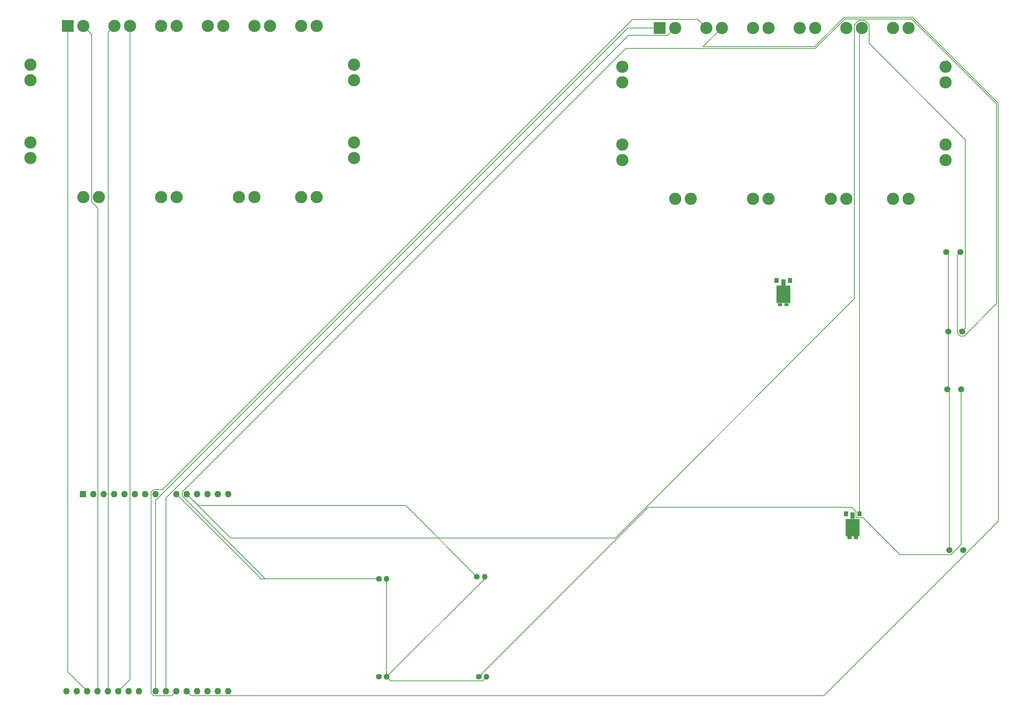
<source format=gbr>
%TF.GenerationSoftware,KiCad,Pcbnew,8.0.8*%
%TF.CreationDate,2025-10-15T12:51:47+03:00*%
%TF.ProjectId,isuzu investment 2,6973757a-7520-4696-9e76-6573746d656e,rev?*%
%TF.SameCoordinates,Original*%
%TF.FileFunction,Copper,L1,Top*%
%TF.FilePolarity,Positive*%
%FSLAX46Y46*%
G04 Gerber Fmt 4.6, Leading zero omitted, Abs format (unit mm)*
G04 Created by KiCad (PCBNEW 8.0.8) date 2025-10-15 12:51:47*
%MOMM*%
%LPD*%
G01*
G04 APERTURE LIST*
%TA.AperFunction,ComponentPad*%
%ADD10C,1.400000*%
%TD*%
%TA.AperFunction,ComponentPad*%
%ADD11O,1.400000X1.400000*%
%TD*%
%TA.AperFunction,ComponentPad*%
%ADD12C,1.500000*%
%TD*%
%TA.AperFunction,SMDPad,CuDef*%
%ADD13R,1.100000X1.300000*%
%TD*%
%TA.AperFunction,SMDPad,CuDef*%
%ADD14R,1.000000X0.650000*%
%TD*%
%TA.AperFunction,SMDPad,CuDef*%
%ADD15R,1.000000X1.500000*%
%TD*%
%TA.AperFunction,SMDPad,CuDef*%
%ADD16R,3.400000X4.300000*%
%TD*%
%TA.AperFunction,ComponentPad*%
%ADD17R,3.000000X3.000000*%
%TD*%
%TA.AperFunction,ComponentPad*%
%ADD18C,3.000000*%
%TD*%
%TA.AperFunction,ComponentPad*%
%ADD19R,1.600000X1.600000*%
%TD*%
%TA.AperFunction,ComponentPad*%
%ADD20O,1.600000X1.600000*%
%TD*%
%TA.AperFunction,Conductor*%
%ADD21C,0.200000*%
%TD*%
G04 APERTURE END LIST*
D10*
%TO.P,R6,1*%
%TO.N,Net-(A1-A1)*%
X146600000Y-155500000D03*
D11*
%TO.P,R6,2*%
%TO.N,Net-(M1--)*%
X148500000Y-155500000D03*
%TD*%
D12*
%TO.P,R2,1*%
%TO.N,Net-(R1-Pad1)*%
X262100000Y-95500000D03*
%TO.P,R2,2*%
%TO.N,Net-(A1-A1)*%
X265500000Y-95500000D03*
%TD*%
D10*
%TO.P,R8,1*%
%TO.N,Net-(A1-A3)*%
X122600000Y-180000000D03*
D11*
%TO.P,R8,2*%
%TO.N,Net-(M1--)*%
X124500000Y-180000000D03*
%TD*%
D13*
%TO.P,M2,1,PWM*%
%TO.N,unconnected-(M2-PWM-Pad1)*%
X220000000Y-82965000D03*
%TO.P,M2,2,+*%
%TO.N,Net-(M2-+)*%
X223300000Y-82965000D03*
D14*
%TO.P,M2,SH*%
%TO.N,N/C*%
X220850000Y-88840000D03*
D15*
X221650000Y-83465000D03*
D16*
X221650000Y-86365000D03*
D14*
X222450000Y-88840000D03*
%TD*%
D12*
%TO.P,R4,1*%
%TO.N,Net-(R1-Pad1)*%
X262300000Y-149000000D03*
%TO.P,R4,2*%
%TO.N,Net-(A1-A3)*%
X265700000Y-149000000D03*
%TD*%
%TO.P,R3,1*%
%TO.N,Net-(R1-Pad1)*%
X261800000Y-109650000D03*
%TO.P,R3,2*%
%TO.N,Net-(A1-A2)*%
X265200000Y-109650000D03*
%TD*%
D10*
%TO.P,R5,1*%
%TO.N,Net-(A1-A0)*%
X122600000Y-156000000D03*
D11*
%TO.P,R5,2*%
%TO.N,Net-(M1--)*%
X124500000Y-156000000D03*
%TD*%
D17*
%TO.P,U2,1,I1*%
%TO.N,Net-(A1-D13)*%
X46420000Y-20620000D03*
D18*
%TO.P,U2,2,I2*%
%TO.N,Net-(A1-D12)*%
X50230000Y-20620000D03*
%TO.P,U2,3,I3*%
%TO.N,Net-(A1-D11)*%
X57850000Y-20620000D03*
%TO.P,U2,4,I4*%
%TO.N,Net-(A1-D10)*%
X61660000Y-20620000D03*
%TO.P,U2,5,I5*%
%TO.N,unconnected-(U2-I5-Pad5)*%
X69280000Y-20620000D03*
%TO.P,U2,6,I6*%
%TO.N,unconnected-(U2-I6-Pad6)*%
X73090000Y-20620000D03*
%TO.P,U2,7,I7*%
%TO.N,unconnected-(U2-I7-Pad7)*%
X80710000Y-20620000D03*
%TO.P,U2,8,I8*%
%TO.N,unconnected-(U2-I8-Pad8)*%
X84520000Y-20620000D03*
%TO.P,U2,9,GND*%
%TO.N,unconnected-(U2-GND-Pad9)*%
X92140000Y-20620000D03*
%TO.P,U2,10,COM*%
%TO.N,Net-(M2-+)*%
X95950000Y-20620000D03*
%TO.P,U2,11,O8*%
%TO.N,unconnected-(U2-O8-Pad11)*%
X103570000Y-20620000D03*
%TO.P,U2,12,O7*%
%TO.N,unconnected-(U2-O7-Pad12)*%
X107380000Y-20620000D03*
%TO.P,U2,13,O6*%
%TO.N,unconnected-(U2-O6-Pad13)*%
X116500000Y-30140000D03*
%TO.P,U2,14,O5*%
%TO.N,unconnected-(U2-O5-Pad14)*%
X116500000Y-33950000D03*
%TO.P,U2,15,O4*%
%TO.N,unconnected-(U2-O4-Pad15)*%
X116500000Y-49190000D03*
%TO.P,U2,16,O3*%
%TO.N,unconnected-(U2-O3-Pad16)*%
X116500000Y-53000000D03*
%TO.P,U2,17,O2*%
%TO.N,unconnected-(U2-O2-Pad17)*%
X107380000Y-62520000D03*
%TO.P,U2,18,O1*%
%TO.N,unconnected-(U2-O1-Pad18)*%
X103570000Y-62520000D03*
%TO.P,U2,19*%
%TO.N,N/C*%
X92140000Y-62520000D03*
%TO.P,U2,20*%
X88330000Y-62520000D03*
%TO.P,U2,21*%
X73090000Y-62520000D03*
%TO.P,U2,22*%
X69280000Y-62520000D03*
%TO.P,U2,23*%
X54040000Y-62520000D03*
%TO.P,U2,24*%
X50230000Y-62520000D03*
%TO.P,U2,25*%
X37300000Y-53000000D03*
%TO.P,U2,26*%
X37300000Y-49190000D03*
%TO.P,U2,27*%
X37300000Y-33950000D03*
%TO.P,U2,28*%
X37300000Y-30140000D03*
%TD*%
D19*
%TO.P,A1,1,NC*%
%TO.N,unconnected-(A1-NC-Pad1)*%
X50140000Y-135240000D03*
D20*
%TO.P,A1,2,IOREF*%
%TO.N,unconnected-(A1-IOREF-Pad2)*%
X52680000Y-135240000D03*
%TO.P,A1,3,~{RESET}*%
%TO.N,unconnected-(A1-~{RESET}-Pad3)*%
X55220000Y-135240000D03*
%TO.P,A1,4,3V3*%
%TO.N,unconnected-(A1-3V3-Pad4)*%
X57760000Y-135240000D03*
%TO.P,A1,5,+5V*%
%TO.N,+5V*%
X60300000Y-135240000D03*
%TO.P,A1,6,GND*%
%TO.N,unconnected-(A1-GND-Pad6)*%
X62840000Y-135240000D03*
%TO.P,A1,7,GND*%
%TO.N,unconnected-(A1-GND-Pad7)*%
X65380000Y-135240000D03*
%TO.P,A1,8,VIN*%
%TO.N,unconnected-(A1-VIN-Pad8)*%
X67920000Y-135240000D03*
%TO.P,A1,9,A0*%
%TO.N,Net-(A1-A0)*%
X73000000Y-135240000D03*
%TO.P,A1,10,A1*%
%TO.N,Net-(A1-A1)*%
X75540000Y-135240000D03*
%TO.P,A1,11,A2*%
%TO.N,Net-(A1-A2)*%
X78080000Y-135240000D03*
%TO.P,A1,12,A3*%
%TO.N,Net-(A1-A3)*%
X80620000Y-135240000D03*
%TO.P,A1,13,SDA/A4*%
%TO.N,unconnected-(A1-SDA{slash}A4-Pad13)*%
X83160000Y-135240000D03*
%TO.P,A1,14,SCL/A5*%
%TO.N,unconnected-(A1-SCL{slash}A5-Pad14)*%
X85700000Y-135240000D03*
%TO.P,A1,15,D0/RX*%
%TO.N,unconnected-(A1-D0{slash}RX-Pad15)*%
X85700000Y-183500000D03*
%TO.P,A1,16,D1/TX*%
%TO.N,unconnected-(A1-D1{slash}TX-Pad16)*%
X83160000Y-183500000D03*
%TO.P,A1,17,D2*%
%TO.N,unconnected-(A1-D2-Pad17)*%
X80620000Y-183500000D03*
%TO.P,A1,18,D3*%
%TO.N,unconnected-(A1-D3-Pad18)*%
X78080000Y-183500000D03*
%TO.P,A1,19,D4*%
%TO.N,Net-(A1-D4)*%
X75540000Y-183500000D03*
%TO.P,A1,20,D5*%
%TO.N,Net-(A1-D5)*%
X73000000Y-183500000D03*
%TO.P,A1,21,D6*%
%TO.N,Net-(A1-D6)*%
X70460000Y-183500000D03*
%TO.P,A1,22,D7*%
%TO.N,Net-(A1-D7)*%
X67920000Y-183500000D03*
%TO.P,A1,23,D8*%
%TO.N,unconnected-(A1-D8-Pad23)*%
X63860000Y-183500000D03*
%TO.P,A1,24,D9*%
%TO.N,unconnected-(A1-D9-Pad24)*%
X61320000Y-183500000D03*
%TO.P,A1,25,D10*%
%TO.N,Net-(A1-D10)*%
X58780000Y-183500000D03*
%TO.P,A1,26,D11*%
%TO.N,Net-(A1-D11)*%
X56240000Y-183500000D03*
%TO.P,A1,27,D12*%
%TO.N,Net-(A1-D12)*%
X53700000Y-183500000D03*
%TO.P,A1,28,D13*%
%TO.N,Net-(A1-D13)*%
X51160000Y-183500000D03*
%TO.P,A1,29,GND*%
%TO.N,unconnected-(A1-GND-Pad29)*%
X48620000Y-183500000D03*
%TO.P,A1,30,AREF*%
%TO.N,unconnected-(A1-AREF-Pad30)*%
X46080000Y-183500000D03*
%TD*%
D12*
%TO.P,R1,1*%
%TO.N,Net-(R1-Pad1)*%
X261600000Y-76000000D03*
%TO.P,R1,2*%
%TO.N,Net-(A1-A0)*%
X265000000Y-76000000D03*
%TD*%
D17*
%TO.P,U1,1,I1*%
%TO.N,Net-(A1-D7)*%
X191350000Y-21100000D03*
D18*
%TO.P,U1,2,I2*%
%TO.N,Net-(A1-D6)*%
X195160000Y-21100000D03*
%TO.P,U1,3,I3*%
%TO.N,Net-(A1-D5)*%
X202780000Y-21100000D03*
%TO.P,U1,4,I4*%
%TO.N,Net-(A1-D4)*%
X206590000Y-21100000D03*
%TO.P,U1,5,I5*%
%TO.N,unconnected-(U1-I5-Pad5)*%
X214210000Y-21100000D03*
%TO.P,U1,6,I6*%
%TO.N,unconnected-(U1-I6-Pad6)*%
X218020000Y-21100000D03*
%TO.P,U1,7,I7*%
%TO.N,unconnected-(U1-I7-Pad7)*%
X225640000Y-21100000D03*
%TO.P,U1,8,I8*%
%TO.N,unconnected-(U1-I8-Pad8)*%
X229450000Y-21100000D03*
%TO.P,U1,9,GND*%
%TO.N,unconnected-(U1-GND-Pad9)*%
X237070000Y-21100000D03*
%TO.P,U1,10,COM*%
%TO.N,Net-(M1-+)*%
X240880000Y-21100000D03*
%TO.P,U1,11,O8*%
%TO.N,unconnected-(U1-O8-Pad11)*%
X248500000Y-21100000D03*
%TO.P,U1,12,O7*%
%TO.N,unconnected-(U1-O7-Pad12)*%
X252310000Y-21100000D03*
%TO.P,U1,13,O6*%
%TO.N,unconnected-(U1-O6-Pad13)*%
X261430000Y-30620000D03*
%TO.P,U1,14,O5*%
%TO.N,unconnected-(U1-O5-Pad14)*%
X261430000Y-34430000D03*
%TO.P,U1,15,O4*%
%TO.N,unconnected-(U1-O4-Pad15)*%
X261430000Y-49670000D03*
%TO.P,U1,16,O3*%
%TO.N,unconnected-(U1-O3-Pad16)*%
X261430000Y-53480000D03*
%TO.P,U1,17,O2*%
%TO.N,unconnected-(U1-O2-Pad17)*%
X252310000Y-63000000D03*
%TO.P,U1,18,O1*%
%TO.N,unconnected-(U1-O1-Pad18)*%
X248500000Y-63000000D03*
%TO.P,U1,19*%
%TO.N,N/C*%
X237070000Y-63000000D03*
%TO.P,U1,20*%
X233260000Y-63000000D03*
%TO.P,U1,21*%
X218020000Y-63000000D03*
%TO.P,U1,22*%
X214210000Y-63000000D03*
%TO.P,U1,23*%
X198970000Y-63000000D03*
%TO.P,U1,24*%
X195160000Y-63000000D03*
%TO.P,U1,25*%
X182230000Y-53480000D03*
%TO.P,U1,26*%
X182230000Y-49670000D03*
%TO.P,U1,27*%
X182230000Y-34430000D03*
%TO.P,U1,28*%
X182230000Y-30620000D03*
%TD*%
D13*
%TO.P,M1,1,PWM*%
%TO.N,unconnected-(M1-PWM-Pad1)*%
X237000000Y-140055000D03*
%TO.P,M1,2,+*%
%TO.N,Net-(M1-+)*%
X240300000Y-140055000D03*
D14*
%TO.P,M1,SH*%
%TO.N,N/C*%
X237850000Y-145930000D03*
D15*
X238650000Y-140555000D03*
D16*
X238650000Y-143455000D03*
D14*
X239450000Y-145930000D03*
%TD*%
D10*
%TO.P,R7,1*%
%TO.N,Net-(A1-A2)*%
X147095000Y-180000000D03*
D11*
%TO.P,R7,2*%
%TO.N,Net-(M1--)*%
X148995000Y-180000000D03*
%TD*%
D21*
%TO.N,Net-(A1-D4)*%
X236558729Y-18500000D02*
X253269741Y-18500000D01*
X229316128Y-25742601D02*
X236558729Y-18500000D01*
X231584925Y-184600000D02*
X76640000Y-184600000D01*
X274335870Y-39566129D02*
X274335870Y-141849055D01*
X76640000Y-184600000D02*
X75540000Y-183500000D01*
X201947399Y-25742601D02*
X229316128Y-25742601D01*
X206590000Y-21100000D02*
X201947399Y-25742601D01*
X274335870Y-141849055D02*
X231584925Y-184600000D01*
X253269741Y-18500000D02*
X274335870Y-39566129D01*
%TO.N,Net-(A1-A0)*%
X122600000Y-156000000D02*
X94744365Y-156000000D01*
X94744365Y-156000000D02*
X74440000Y-135695635D01*
X122600000Y-156000000D02*
X93760000Y-156000000D01*
X264250000Y-95734925D02*
X264250000Y-76750000D01*
X74440000Y-135695635D02*
X74440000Y-134784365D01*
X93760000Y-156000000D02*
X73000000Y-135240000D01*
X273935870Y-39731815D02*
X273935870Y-88549055D01*
X265934925Y-96550000D02*
X265065075Y-96550000D01*
X183081764Y-26142601D02*
X229481814Y-26142601D01*
X265065075Y-96550000D02*
X264250000Y-95734925D01*
X229481814Y-26142601D02*
X236724415Y-18900000D01*
X273935870Y-88549055D02*
X265934925Y-96550000D01*
X236724415Y-18900000D02*
X253104055Y-18900000D01*
X74440000Y-134784365D02*
X183081764Y-26142601D01*
X264250000Y-76750000D02*
X265000000Y-76000000D01*
X253104055Y-18900000D02*
X273935870Y-39731815D01*
%TO.N,Net-(A1-D6)*%
X70460000Y-136224365D02*
X70460000Y-183500000D01*
X193360000Y-22900000D02*
X183784365Y-22900000D01*
X195160000Y-21100000D02*
X193360000Y-22900000D01*
X183784365Y-22900000D02*
X70460000Y-136224365D01*
%TO.N,Net-(A1-D7)*%
X67920000Y-183500000D02*
X67920000Y-136795635D01*
X67920000Y-136795635D02*
X183615635Y-21100000D01*
X183615635Y-21100000D02*
X191350000Y-21100000D01*
%TO.N,Net-(A1-D10)*%
X61660000Y-20620000D02*
X61660000Y-180620000D01*
X61660000Y-180620000D02*
X58780000Y-183500000D01*
%TO.N,Net-(A1-D11)*%
X56240000Y-183500000D02*
X56320000Y-183420000D01*
X56320000Y-183420000D02*
X56320000Y-22150000D01*
X56320000Y-22150000D02*
X57850000Y-20620000D01*
%TO.N,Net-(A1-A2)*%
X241150000Y-141005000D02*
X239450000Y-141005000D01*
X262734925Y-150050000D02*
X250195000Y-150050000D01*
X238445000Y-138500000D02*
X188595000Y-138500000D01*
X265200000Y-109650000D02*
X265200000Y-147584925D01*
X265200000Y-147584925D02*
X262734925Y-150050000D01*
X250195000Y-150050000D02*
X241150000Y-141005000D01*
X239450000Y-139505000D02*
X238445000Y-138500000D01*
X188595000Y-138500000D02*
X147095000Y-180000000D01*
X239450000Y-141005000D02*
X239450000Y-139505000D01*
%TO.N,Net-(A1-D12)*%
X53780000Y-183420000D02*
X53780000Y-65220000D01*
X52240000Y-22630000D02*
X50230000Y-20620000D01*
X53780000Y-65220000D02*
X52240000Y-63680000D01*
X53700000Y-183500000D02*
X53780000Y-183420000D01*
X52240000Y-63680000D02*
X52240000Y-22630000D01*
%TO.N,Net-(A1-D13)*%
X46420000Y-20620000D02*
X46420000Y-178760000D01*
X46420000Y-178760000D02*
X51160000Y-183500000D01*
%TO.N,Net-(A1-A1)*%
X241625585Y-19300000D02*
X242680000Y-20354415D01*
X266250000Y-94750000D02*
X265500000Y-95500000D01*
X239080000Y-20354415D02*
X240134415Y-19300000D01*
X242680000Y-20354415D02*
X242680000Y-24880000D01*
X75540000Y-135240000D02*
X86300000Y-146000000D01*
X266250000Y-48450000D02*
X266250000Y-94750000D01*
X86300000Y-146000000D02*
X180529314Y-146000000D01*
X146600000Y-155500000D02*
X129200000Y-138100000D01*
X129200000Y-138100000D02*
X78400000Y-138100000D01*
X240134415Y-19300000D02*
X241625585Y-19300000D01*
X78400000Y-138100000D02*
X75540000Y-135240000D01*
X242680000Y-24880000D02*
X266250000Y-48450000D01*
X180529314Y-146000000D02*
X239080000Y-87449314D01*
X239080000Y-87449314D02*
X239080000Y-20354415D01*
%TO.N,Net-(A1-D5)*%
X200680000Y-19000000D02*
X202780000Y-21100000D01*
X73000000Y-183500000D02*
X71900000Y-184600000D01*
X66820000Y-134784365D02*
X67464365Y-134140000D01*
X67464365Y-134140000D02*
X69664365Y-134140000D01*
X67464365Y-184600000D02*
X66820000Y-183955635D01*
X66820000Y-183955635D02*
X66820000Y-134784365D01*
X69664365Y-134140000D02*
X184804365Y-19000000D01*
X184804365Y-19000000D02*
X200680000Y-19000000D01*
X71900000Y-184600000D02*
X67464365Y-184600000D01*
%TO.N,Net-(M1-+)*%
X241000000Y-21500000D02*
X240300000Y-22200000D01*
X240880000Y-21380000D02*
X241000000Y-21500000D01*
X240300000Y-22200000D02*
X240300000Y-140055000D01*
X240880000Y-21100000D02*
X240880000Y-21380000D01*
%TO.N,Net-(R1-Pad1)*%
X262300000Y-149000000D02*
X262300000Y-110150000D01*
X262100000Y-109350000D02*
X261800000Y-109650000D01*
X262100000Y-95500000D02*
X262100000Y-109350000D01*
X262100000Y-76500000D02*
X261600000Y-76000000D01*
X262100000Y-95500000D02*
X262100000Y-76500000D01*
X262300000Y-110150000D02*
X261800000Y-109650000D01*
%TO.N,Net-(M1--)*%
X124500000Y-180000000D02*
X148500000Y-156000000D01*
X147995000Y-181000000D02*
X148995000Y-180000000D01*
X125500000Y-181000000D02*
X147995000Y-181000000D01*
X124500000Y-180000000D02*
X125500000Y-181000000D01*
X124500000Y-180000000D02*
X124500000Y-156000000D01*
X148500000Y-156000000D02*
X148500000Y-155500000D01*
%TD*%
M02*

</source>
